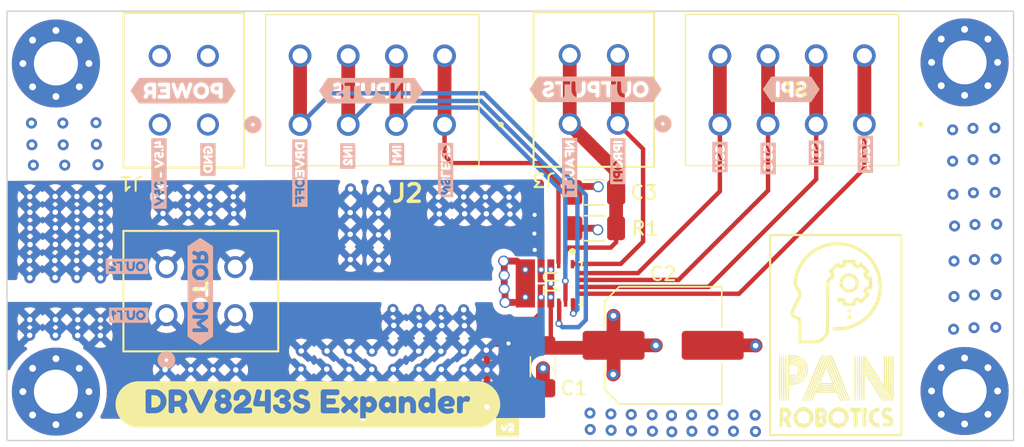
<source format=kicad_pcb>
(kicad_pcb (version 20240108) (generator "pcbnew") (generator_version "8.0")
  (layers (0 "F.Cu" signal) (1 "In1.Cu" power "GND.Cu") (2 "In2.Cu" power "5V.Cu") (31 "B.Cu" signal) (34 "B.Paste" user) (35 "F.Paste" user) (36 "B.SilkS" user "B.Silkscreen") (37 "F.SilkS" user "F.Silkscreen") (38 "B.Mask" user) (39 "F.Mask" user) (44 "Edge.Cuts" user))
  (net 0 "")
  (net 1 "VCC")
  (net 2 "GND")
  (net 3 "IPROPI")
  (net 4 "DRVOFF")
  (net 5 "NFAULT")
  (net 6 "OUT1")
  (net 7 "OUT2")
  (net 8 "SCLK")
  (net 9 "SDI")
  (net 10 "NSLEEP")
  (net 11 "IN2")
  (net 12 "IN1")
  (net 13 "SDO")
  (net 14 "CSN")
  (footprint "" (layer "F.Cu") (at 105.69 91.17)
    (property "Reference" "")
    (property "Value" "")
  )
  (footprint "" (layer "F.Cu") (at 137.82 105.83)
    (property "Reference" "")
    (property "Value" "")
  )
  (footprint "" (layer "F.Cu") (at 107.38 89.96)
    (property "Reference" "")
    (property "Value" "")
  )
  (footprint "" (layer "F.Cu") (at 96.03 93.43)
    (property "Reference" "")
    (property "Value" "")
  )
  (footprint "" (layer "F.Cu") (at 134.82 105.76)
    (property "Reference" "")
    (property "Value" "")
  )
  (footprint "" (layer "F.Cu") (at 92.6 91.09)
    (property "Reference" "")
    (property "Value" "")
  )
  (footprint "" (layer "F.Cu") (at 118.98 101.19)
    (property "Reference" "")
    (property "Value" "")
  )
  (footprint "" (layer "F.Cu") (at 127.49 91.22)
    (property "Reference" "")
    (property "Value" "")
  )
  (footprint "" (layer "F.Cu") (at 97.54 87.63 90)
    (property "Reference" "")
    (property "Value" "")
  )
  (footprint "" (layer "F.Cu") (at 104.29 102.54)
    (property "Reference" "")
    (property "Value" "")
  )
  (footprint "Resistor_SMD:R_1206_3216Metric_Pad1.30x1.75mm_HandSolder" (layer "F.Cu") (at 133.65 92.25 180)
    (property "Reference" "R1")
    (property "Value" "5.1K")
  )
  (footprint "" (layer "F.Cu") (at 115.88 92.69)
    (property "Reference" "")
    (property "Value" "")
  )
  (footprint "1862042 Footprint:CONN_1862042" (layer "F.Cu") (at 131.831198 79.6544 180)
    (property "Reference" "J3")
    (property "Value" "CNTRL_OUT")
  )
  (footprint "" (layer "F.Cu") (at 124.15 102.53)
    (property "Reference" "")
    (property "Value" "")
  )
  (footprint "" (layer "F.Cu") (at 162.75 89.64)
    (property "Reference" "")
    (property "Value" "")
  )
  (footprint "" (layer "F.Cu") (at 94.43 89.94)
    (property "Reference" "")
    (property "Value" "")
  )
  (footprint "" (layer "F.Cu") (at 134.84 106.95)
    (property "Reference" "")
    (property "Value" "")
  )
  (footprint "" (layer "F.Cu") (at 114.17 102.5)
    (property "Reference" "")
    (property "Value" "")
  )
  (footprint "DRV8243 Footprint:RXY0014A-MFG" (layer "F.Cu") (at 130.4044 96.266 -90)
    (property "Reference" "U1")
    (property "Value" "DRV8243SQRXYRQ1" (hide yes))
  )
  (footprint "1862042 Footprint:CONN_1862042" (layer "F.Cu") (at 107.52 95.077198 90)
    (property "Reference" "J5")
    (property "Value" "MOTOR")
  )
  (footprint "" (layer "F.Cu") (at 119.04 99.32)
    (property "Reference" "")
    (property "Value" "")
  )
  (footprint "" (layer "F.Cu") (at 142.25 106.99)
    (property "Reference" "")
    (property "Value" "")
  )
  (footprint "" (layer "F.Cu") (at 117.94 94.57)
    (property "Reference" "")
    (property "Value" "")
  )
  (footprint "" (layer "F.Cu") (at 162.82 97.08)
    (property "Reference" "")
    (property "Value" "")
  )
  (footprint "" (layer "F.Cu") (at 139.23 105.87)
    (property "Reference" "")
    (property "Value" "")
  )
  (footprint "" (layer "F.Cu") (at 115.9 89.39)
    (property "Reference" "")
    (property "Value" "")
  )
  (footprint "" (layer "F.Cu") (at 122.47 101.2)
    (property "Reference" "")
    (property "Value" "")
  )
  (footprint "" (layer "F.Cu") (at 96.01 95.85)
    (property "Reference" "")
    (property "Value" "")
  )
  (footprint "" (layer "F.Cu") (at 92.71 84.6 90)
    (property "Reference" "")
    (property "Value" "")
  )
  (footprint "" (layer "F.Cu") (at 94.45 93.43)
    (property "Reference" "")
    (property "Value" "")
  )
  (footprint "" (layer "F.Cu") (at 97.72 100.06)
    (property "Reference" "")
    (property "Value" "")
  )
  (footprint "" (layer "F.Cu") (at 124.12 101.21)
    (property "Reference" "")
    (property "Value" "")
  )
  (footprint "" (layer "F.Cu") (at 118.98 98.16)
    (property "Reference" "")
    (property "Value" "")
  )
  (footprint "" (layer "F.Cu") (at 122.5 102.52)
    (property "Reference" "")
    (property "Value" "")
  )
  (footprint "" (layer "F.Cu") (at 97.43 86.15 90)
    (property "Reference" "")
    (property "Value" "")
  )
  (footprint "" (layer "F.Cu") (at 161.24 97.11)
    (property "Reference" "")
    (property "Value" "")
  )
  (footprint "" (layer "F.Cu") (at 112.32 101.18)
    (property "Reference" "")
    (property "Value" "")
  )
  (footprint "" (layer "F.Cu") (at 92.74 86.18 90)
    (property "Reference" "")
    (property "Value" "")
  )
  (footprint "" (layer "F.Cu") (at 125.77 91.2)
    (property "Reference" "")
    (property "Value" "")
  )
  (footprint "Capacitor_SMD:C_Elec_8x10.2" (layer "F.Cu") (at 138.62 100.77)
    (property "Reference" "C2")
    (property "Value" "100uF")
  )
  (footprint "" (layer "F.Cu") (at 127.07 95.68)
    (property "Reference" "")
    (property "Value" "")
  )
  (footprint "kibuzzard-65BE5B0F" (layer "F.Cu") (at 112.8 105.07)
    (property "Reference" "kibuzzard-65BE5B0F" (hide yes))
    (property "Value" "G***" (hide yes))
  )
  (footprint "" (layer "F.Cu") (at 95.02 86.18 90)
    (property "Reference" "")
    (property "Value" "")
  )
  (footprint "" (layer "F.Cu") (at 143.73 107.02)
    (property "Reference" "")
    (property "Value" "")
  )
  (footprint "" (layer "F.Cu") (at 92.57 94.61)
    (property "Reference" "")
    (property "Value" "")
  )
  (footprint "" (layer "F.Cu") (at 161.17 89.67)
    (property "Reference" "")
    (property "Value" "")
  )
  (footprint "" (layer "F.Cu") (at 139.25 107.06)
    (property "Reference" "")
    (property "Value" "")
  )
  (footprint "" (layer "F.Cu") (at 159.76 97.22)
    (property "Reference" "")
    (property "Value" "")
  )
  (footprint "" (layer "F.Cu") (at 125.77 101.12)
    (property "Reference" "")
    (property "Value" "")
  )
  (footprint "" (layer "F.Cu") (at 162.79 99.46)
    (property "Reference" "")
    (property "Value" "")
  )
  (footprint "" (layer "F.Cu") (at 94.45 100.04)
    (property "Reference" "")
    (property "Value" "")
  )
  (footprint "" (layer "F.Cu") (at 104.08 89.94)
    (property "Reference" "")
    (property "Value" "")
  )
  (footprint "" (layer "F.Cu") (at 92.61 93.44)
    (property "Reference" "")
    (property "Value" "")
  )
  (footprint "" (layer "F.Cu") (at 122.35 91.21)
    (property "Reference" "")
    (property "Value" "")
  )
  (footprint "" (layer "F.Cu") (at 96.01 89.94)
    (property "Reference" "")
    (property "Value" "")
  )
  (footprint "" (layer "F.Cu") (at 159.66 87.37)
    (property "Reference" "")
    (property "Value" "")
  )
  (footprint "" (layer "F.Cu") (at 92.59 95.86)
    (property "Reference" "")
    (property "Value" "")
  )
  (footprint "" (layer "F.Cu") (at 127.13 97.65)
    (property "Reference" "")
    (property "Value" "")
  )
  (footprint "" (layer "F.Cu") (at 94.46 98.9)
    (property "Reference" "")
    (property "Value" "")
  )
  (footprint "" (layer "F.Cu") (at 104.11 91.17)
    (property "Reference" "")
    (property "Value" "")
  )
  (footprint "1862068 Footprint:1862068" (layer "F.Cu") (at 122.7328 84.7052 180)
    (property "Reference" "J2")
    (property "Value" "CNTRL_IN" (hide yes))
  )
  (footprint "" (layer "F.Cu") (at 105.91 102.55)
    (property "Reference" "")
    (property "Value" "")
  )
  (footprint "" (layer "F.Cu") (at 92.85 87.66 90)
    (property "Reference" "")
    (property "Value" "")
  )
  (footprint "" (layer "F.Cu") (at 119.01 102.51)
    (property "Reference" "")
    (property "Value" "")
  )
  (footprint "" (layer "F.Cu") (at 92.61 92.24)
    (property "Reference" "")
    (property "Value" "")
  )
  (footprint "" (layer "F.Cu") (at 114.19 101.18)
    (property "Reference" "")
    (property "Value" "")
  )
  (footprint "" (layer "F.Cu") (at 115.81 101.19)
    (property "Reference" "")
    (property "Value" "")
  )
  (footprint "" (layer "F.Cu") (at 127.03 94.64)
    (property "Reference" "")
    (property "Value" "")
  )
  (footprint "" (layer "F.Cu") (at 112.3 102.5)
    (property "Reference" "")
    (property "Value" "")
  )
  (footprint "" (layer "F.Cu") (at 162.82 94.5)
    (property "Reference" "")
    (property "Value" "")
  )
  (footprint "" (layer "F.Cu") (at 127.42 89.99)
    (property "Reference" "")
    (property "Value" "")
  )
  (footprint "" (layer "F.Cu") (at 162.86 91.95)
    (property "Reference" "")
    (property "Value" "")
  )
  (footprint "" (layer "F.Cu") (at 96.02 91.08)
    (property "Reference" "")
    (property "Value" "")
  )
  (footprint "" (layer "F.Cu") (at 136.32 106.99)
    (property "Reference" "")
    (property "Value" "")
  )
  (footprint "" (layer "F.Cu") (at 95.13 87.66 90)
    (property "Reference" "")
    (property "Value" "")
  )
  (footprint "" (layer "F.Cu") (at 140.71 107.02)
    (property "Reference" "")
    (property "Value" "")
  )
  (footprint "" (layer "F.Cu") (at 92.58 100.04)
    (property "Reference" "")
    (property "Value" "")
  )
  (footprint "" (layer "F.Cu") (at 161.21 99.49)
    (property "Reference" "")
    (property "Value" "")
  )
  (footprint "" (layer "F.Cu") (at 102.24 89.95)
    (property "Reference" "")
    (property "Value" "")
  )
  (footprint "" (layer "F.Cu") (at 94.43 95.85)
    (property "Reference" "")
    (property "Value" "")
  )
  (footprint "" (layer "F.Cu") (at 96.08 98.91)
    (property "Reference" "")
    (property "Value" "")
  )
  (footprint "1862042 Footprint:CONN_1862042" (layer "F.Cu") (at 102.036999 79.709 180)
    (property "Reference" "J1")
    (property "Value" "POWER")
  )
  (footprint "" (layer "F.Cu") (at 117.93 91.15)
    (property "Reference" "")
    (property "Value" "")
  )
  (footprint "" (layer "F.Cu") (at 161.28 91.98)
    (property "Reference" "")
    (property "Value" "")
  )
  (footprint "" (layer "F.Cu") (at 159.76 94.64)
    (property "Reference" "")
    (property "Value" "")
  )
  (footprint "" (layer "F.Cu") (at 127.07 96.68)
    (property "Reference" "")
    (property "Value" "")
  )
  (footprint "" (layer "F.Cu") (at 97.73 98.92)
    (property "Reference" "")
    (property "Value" "")
  )
  (footprint "" (layer "F.Cu") (at 145.33 107.04)
    (property "Reference" "")
    (property "Value" "")
  )
  (footprint "" (layer "F.Cu") (at 161.14 84.98)
    (property "Reference" "")
    (property "Value" "")
  )
  (footprint "" (layer "F.Cu") (at 145.31 105.85)
    (property "Reference" "")
    (property "Value" "")
  )
  (footprint "" (layer "F.Cu") (at 97.73 89.96)
    (property "Reference" "")
    (property "Value" "")
  )
  (footprint "MountingHole:MountingHole_3.2mm_M3_Pad_Via" (layer "F.Cu") (at 160.528 80.183056)
    (property "Reference" "H2" (hide yes))
    (property "Value" "MountingHole")
  )
  (footprint "" (layer "F.Cu") (at 161.14 87.26)
    (property "Reference" "")
    (property "Value" "")
  )
  (footprint "" (layer "F.Cu") (at 143.71 105.83)
    (property "Reference" "")
    (property "Value" "")
  )
  (footprint "" (layer "F.Cu") (at 105.66 89.94)
    (property "Reference" "")
    (property "Value" "")
  )
  (footprint "" (layer "F.Cu") (at 122.47 98.17)
    (property "Reference" "")
    (property "Value" "")
  )
  (footprint "" (layer "F.Cu") (at 124.12 98.18)
    (property "Reference" "")
    (property "Value" "")
  )
  (footprint "" (layer "F.Cu") (at 94.99 84.6 90)
    (property "Reference" "")
    (property "Value" "")
  )
  (footprint "" (layer "F.Cu") (at 97.75 92.25)
    (property "Reference" "")
    (property "Value" "")
  )
  (footprint "" (layer "F.Cu") (at 97.75 93.45)
    (property "Reference" "")
    (property "Value" "")
  )
  (footprint "" (layer "F.Cu") (at 115.79 102.51)
    (property "Reference" "")
    (property "Value" "")
  )
  (footprint "MountingHole:MountingHole_3.2mm_M3_Pad_Via" (layer "F.Cu") (at 94.488 104.14)
    (property "Reference" "H3" (hide yes))
    (property "Value" "MountingHole")
  )
  (footprint "" (layer "F.Cu") (at 120.85 101.19)
    (property "Reference" "")
    (property "Value" "")
  )
  (footprint "" (layer "F.Cu") (at 102.27 91.18)
    (property "Reference" "")
    (property "Value" "")
  )
  (footprint "" (layer "F.Cu") (at 97.73 95.87)
    (property "Reference" "")
    (property "Value" "")
  )
  (footprint "" (layer "F.Cu") (at 94.41 94.6)
    (property "Reference" "")
    (property "Value" "")
  )
  (footprint "" (layer "F.Cu") (at 120.91 99.32)
    (property "Reference" "")
    (property "Value" "")
  )
  (footprint "" (layer "F.Cu") (at 162.72 84.95)
    (property "Reference" "")
    (property "Value" "")
  )
  (footprint "" (layer "F.Cu") (at 124.12 89.97)
    (property "Reference" "")
    (property "Value" "")
  )
  (footprint "" (layer "F.Cu") (at 122.53 99.33)
    (property "Reference" "")
    (property "Value" "")
  )
  (footprint "" (layer "F.Cu") (at 125.7 89.97)
    (property "Reference" "")
    (property "Value" "")
  )
  (footprint "" (layer "F.Cu") (at 115.88 91.11)
    (property "Reference" "")
    (property "Value" "")
  )
  (footprint "" (layer "F.Cu") (at 124.18 99.34)
    (property "Reference" "")
    (property "Value" "")
  )
  (footprint "" (layer "F.Cu") (at 133.32 106.89)
    (property "Reference" "")
    (property "Value" "")
  )
  (footprint "" (layer "F.Cu") (at 142.23 105.8)
    (property "Reference" "")
    (property "Value" "")
  )
  (footprint "" (layer "F.Cu") (at 97.71 94.62)
    (property "Reference" "")
    (property "Value" "")
  )
  (footprint "Logos:Pan-Robotics2-Logo2" (layer "F.Cu") (at 151.15 100.04)
    (property "Reference" "G***")
    (property "Value" "LOGO" (hide yes))
  )
  (footprint "" (layer "F.Cu") (at 92.59 98.9)
    (property "Reference" "")
    (property "Value" "")
  )
  (footprint "" (layer "F.Cu") (at 107.41 91.19)
    (property "Reference" "")
    (property "Value" "")
  )
  (footprint "" (layer "F.Cu") (at 94.44 91.08)
    (property "Reference" "")
    (property "Value" "")
  )
  (footprint "" (layer "F.Cu") (at 161.24 94.53)
    (property "Reference" "")
    (property "Value" "")
  )
  (footprint "" (layer "F.Cu") (at 136.3 105.8)
    (property "Reference" "")
    (property "Value" "")
  )
  (footprint "" (layer "F.Cu") (at 97.74 91.1)
    (property "Reference" "")
    (property "Value" "")
  )
  (footprint "" (layer "F.Cu") (at 96.07 100.05)
    (property "Reference" "")
    (property "Value" "")
  )
  (footprint "Capacitor_SMD:C_1206_3216Metric_Pad1.33x1.80mm_HandSolder" (layer "F.Cu") (at 133.64 89.64 180)
    (property "Reference" "C3")
    (property "Value" "100nF")
  )
  (footprint "" (layer "F.Cu") (at 162.72 87.23)
    (property "Reference" "")
    (property "Value" "")
  )
  (footprint "" (layer "F.Cu") (at 92.59 89.95)
    (property "Reference" "")
    (property "Value" "")
  )
  (footprint "" (layer "F.Cu") (at 133.3 105.7)
    (property "Reference" "")
    (property "Value" "")
  )
  (footprint "" (layer "F.Cu") (at 115.89 94.53)
    (property "Reference" "")
    (property "Value" "")
  )
  (footprint "" (layer "F.Cu") (at 102.42 102.54)
    (property "Reference" "")
    (property "Value" "")
  )
  (footprint "" (layer "F.Cu") (at 120.88 102.51)
    (property "Reference" "")
    (property "Value" "")
  )
  (footprint "" (layer "F.Cu") (at 95.99 94.6)
    (property "Reference" "")
    (property "Value" "")
  )
  (footprint "Capacitor_SMD:C_1206_3216Metric_Pad1.33x1.80mm_HandSolder" (layer "F.Cu") (at 129.88 102.33 -90)
    (property "Reference" "C1")
    (property "Value" "100nF")
  )
  (footprint "" (layer "F.Cu") (at 159.8 92.09)
    (property "Reference" "")
    (property "Value" "")
  )
  (footprint "" (layer "F.Cu") (at 96.03 92.23)
    (property "Reference" "")
    (property "Value" "")
  )
  (footprint "" (layer "F.Cu") (at 117.95 89.43)
    (property "Reference" "")
    (property "Value" "")
  )
  (footprint "" (layer "F.Cu") (at 117.44 102.52)
    (property "Reference" "")
    (property "Value" "")
  )
  (footprint "" (layer "F.Cu") (at 124.19 91.2)
    (property "Reference" "")
    (property "Value" "")
  )
  (footprint "" (layer "F.Cu") (at 159.73 99.6)
    (property "Reference" "")
    (property "Value" "")
  )
  (footprint "" (layer "F.Cu") (at 125.82 102.560002)
    (property "Reference" "")
    (property "Value" "")
  )
  (footprint "" (layer "F.Cu") (at 94.45 92.23)
    (property "Reference" "")
    (property "Value" "")
  )
  (footprint "" (layer "F.Cu") (at 140.69 105.83)
    (property "Reference" "")
    (property "Value" "")
  )
  (footprint "" (layer "F.Cu") (at 107.56 102.56)
    (property "Reference" "")
    (property "Value" "")
  )
  (footprint "1862068 Footprint:1862068" (layer "F.Cu") (at 153.244 84.6944 180)
    (property "Reference" "J4")
    (property "Value" "SPI" (hide yes))
  )
  (footprint "" (layer "F.Cu") (at 117.93 92.73)
    (property "Reference" "")
    (property "Value" "")
  )
  (footprint "MountingHole:MountingHole_3.2mm_M3_Pad_Via" (layer "F.Cu") (at 94.488 80.264)
    (property "Reference" "H1" (hide yes))
    (property "Value" "MountingHole")
  )
  (footprint "kibuzzard-66B25C50" (layer "F.Cu") (at 127.3048 106.73)
    (property "Reference" "kibuzzard-66B25C50" (hide yes))
    (property "Value" "G***" (hide yes))
  )
  (footprint "" (layer "F.Cu") (at 137.84 107.02)
    (property "Reference" "")
    (property "Value" "")
  )
  (footprint "" (layer "F.Cu") (at 159.69 89.78)
    (property "Reference" "")
    (property "Value" "")
  )
  (footprint "" (layer "F.Cu") (at 122.28 89.98)
    (property "Reference" "")
    (property "Value" "")
  )
  (footprint "" (layer "F.Cu") (at 97.4 84.57 90)
    (property "Reference" "")
    (property "Value" "")
  )
  (footprint "" (layer "F.Cu") (at 117.46 101.2)
    (property "Reference" "")
    (property "Value" "")
  )
  (footprint "MountingHole:MountingHole_3.2mm_M3_Pad_Via" (layer "F.Cu") (at 160.528 104.093944)
    (property "Reference" "H4" (hide yes))
    (property "Value" "MountingHole")
  )
  (footprint "" (layer "F.Cu") (at 120.85 98.16)
    (property "Reference" "")
    (property "Value" "")
  )
  (footprint "" (layer "F.Cu") (at 159.66 85.09)
    (property "Reference" "")
    (property "Value" "")
  )
  (footprint "kibuzzard-65BE5BEC" (layer "B.Cu") (at 153.3144 86.868 -90)
    (property "Reference" "kibuzzard-65BE5BEC" (hide yes))
    (property "Value" "G***" (hide yes))
  )
  (footprint "kibuzzard-65A6FFF9" (layer "B.Cu") (at 117.3988 82.2452 180)
    (property "Reference" "kibuzzard-65A6FFF9" (hide yes))
    (property "Value" "G***" (hide yes))
  )
  (footprint "kibuzzard-65BE5C01" (layer "B.Cu") (at 142.748 87.0712 -90)
    (property "Reference" "kibuzzard-65BE5C01" (hide yes))
    (property "Value" "G***" (hide yes))
  )
  (footprint "kibuzzard-65A70003" (layer "B.Cu") (at 133.7056 82.1436 180)
    (property "Reference" "kibuzzard-65A70003" (hide yes))
    (property "Value" "G***" (hide yes))
  )
  (footprint "kibuzzard-65A6FCD9" (layer "B.Cu") (at 115.697 86.995 -90)
    (property "Reference" "kibuzzard-65A6FCD9" (hide yes))
    (property "Value" "G***" (hide yes))
  )
  (footprint "kibuzzard-65A6FD36" (layer "B.Cu") (at 99.773 98.5772 180)
    (property "Reference" "kibuzzard-65A6FD36" (hide yes))
    (property "Value" "G***" (hide yes))
  )
  (footprint "kibuzzard-65A6FCCE" (layer "B.Cu") (at 122.809 88.011 90)
    (property "Reference" "kibuzzard-65A6FCCE" (hide yes))
    (property "Value" "G***" (hide yes))
  )
  (footprint "kibuzzard-65A6FC0C" (layer "B.Cu") (at 105.537 87.249 -90)
    (property "Reference" "kibuzzard-65A6FC0C" (hide yes))
    (property "Value" "G***" (hide yes))
  )
  (footprint "kibuzzard-65A7001B" (layer "B.Cu") (at 104.98 96.85 90)
    (property "Reference" "kibuzzard-65A7001B" (hide yes))
    (property "Value" "G***" (hide yes))
  )
  (footprint "kibuzzard-65BE5BF3" (layer "B.Cu") (at 149.7584 86.7664 -90)
    (property "Reference" "kibuzzard-65BE5BF3" (hide yes))
    (property "Value" "G***" (hide yes))
  )
  (footprint "kibuzzard-65A7000E" (layer "B.Cu") (at 103.7336 82.2452 180)
    (property "Reference" "kibuzzard-65A7000E" (hide yes))
    (property "Value" "G***" (hide yes))
  )
  (footprint "kibuzzard-65BE5B8E" (layer "B.Cu") (at 112.2172 88.2396 -90)
    (property "Reference" "kibuzzard-65BE5B8E" (hide yes))
    (property "Value" "G***" (hide yes))
  )
  (footprint "kibuzzard-65A6FCAC" (layer "B.Cu") (at 119.253 86.868 -90)
    (property "Reference" "kibuzzard-65A6FCAC" (hide yes))
    (property "Value" "G***" (hide yes))
  )
  (footprint "kibuzzard-65A6FD3E" (layer "B.Cu") (at 99.646 95.0212 180)
    (property "Reference" "kibuzzard-65A6FD3E" (hide yes))
    (property "Value" "G***" (hide yes))
  )
  (footprint "kibuzzard-65A6FCE2" (layer "B.Cu") (at 131.826 87.8332 -90)
    (property "Reference" "kibuzzard-65A6FCE2" (hide yes))
    (property "Value" "G***" (hide yes))
  )
  (footprint "kibuzzard-65BE5BFB" (layer "B.Cu") (at 146.2532 87.1728 -90)
    (property "Reference" "kibuzzard-65BE5BFB" (hide yes))
    (property "Value" "G***" (hide yes))
  )
  (footprint "kibuzzard-65A6FD04" (layer "B.Cu") (at 135.3312 87.376 -90)
    (property "Reference" "kibuzzard-65A6FD04" (hide yes))
    (property "Value" "G***" (hide yes))
  )
  (footprint "kibuzzard-65BE5B66" (layer "B.Cu") (at 101.981 88.265 -90)
    (property "Reference" "kibuzzard-65BE5B66" (hide yes))
    (property "Value" "G***" (hide yes))
  )
  (footprint "kibuzzard-65BE5C3B" (layer "B.Cu") (at 147.9296 82.1436 180)
    (property "Reference" "kibuzzard-65BE5C3B" (hide yes))
    (property "Value" "G***" (hide yes))
  )
  (gr_rect (start 90.932 76.454) (end 164.084 107.696) (stroke (width 0.1)) (fill none) (layer "Edge.Cuts"))
  (segment (start 135.01 100.76) (end 135.01 98.62) (width 1) (layer "F.Cu") (net 1))
  (segment (start 135.02 100.77) (end 135.02 102.86) (width 1) (layer "F.Cu") (net 1))
  (segment (start 135.02 100.77) (end 138.08 100.77) (width 1) (layer "F.Cu") (net 1))
  (segment (start 130.4544 100.1931) (end 129.88 100.7675) (width 0.32) (layer "F.Cu") (net 1))
  (segment (start 135.02 100.77) (end 135.01 100.76) (width 1) (layer "F.Cu") (net 1))
  (segment (start 130.0625 100.95) (end 134.84 100.95) (width 1) (layer "F.Cu") (net 1))
  (segment (start 135.02 102.86) (end 134.99 102.89) (width 1) (layer "F.Cu") (net 1))
  (segment (start 134.84 100.95) (end 135.02 100.77) (width 1) (layer "F.Cu") (net 1))
  (segment (start 130.4544 97.266001) (end 130.4544 100.1931) (width 0.32) (layer "F.Cu") (net 1))
  (segment (start 138.08 100.77) (end 138.09 100.78) (width 1) (layer "F.Cu") (net 1))
  (segment (start 129.88 100.7675) (end 130.0625 100.95) (width 1) (layer "F.Cu") (net 1))
  (via (at 134.99 102.89) (size 0.8) (drill 0.4) (layers "F.Cu" "B.Cu") (net 1))
  (via (at 135.01 98.62) (size 0.8) (drill 0.4) (layers "F.Cu" "B.Cu") (net 1))
  (via (at 138.09 100.78) (size 0.8) (drill 0.4) (layers "F.Cu" "B.Cu") (net 1))
  (segment (start 127.13 97.65) (end 127.810353 97.65) (width 0.5) (layer "F.Cu") (net 2))
  (segment (start 127.978402 94.64) (end 128.604401 95.265999) (width 0.5) (layer "F.Cu") (net 2))
  (segment (start 133.8824 89.2124) (end 133.9 89.23) (width 0.5) (layer "F.Cu") (net 2))
  (segment (start 133.75 92.25) (end 133.87 92.37) (width 0.5) (layer "F.Cu") (net 2))
  (segment (start 132.0827 89.2124) (end 133.8824 89.2124) (width 0.5) (layer "F.Cu") (net 2))
  (segment (start 127.03 94.64) (end 127.978402 94.64) (width 0.5) (layer "F.Cu") (net 2))
  (segment (start 142.22 100.77) (end 145.32 100.77) (width 1) (layer "F.Cu") (net 2))
  (segment (start 129.88 103.8925) (end 129.88 102.45) (width 1) (layer "F.Cu") (net 2))
  (segment (start 127.13 97.65) (end 127.13 96.74) (width 0.5) (layer "F.Cu") (net 2))
  (segment (start 129.88 102.45) (end 129.9 102.43) (width 1) (layer "F.Cu") (net 2))
  (segment (start 145.32 100.77) (end 145.34 100.79) (width 1) (layer "F.Cu") (net 2))
  (segment (start 127.13 96.74) (end 127.07 96.68) (width 0.5) (layer "F.Cu") (net 2))
  (segment (start 127.07 95.68) (end 127.07 94.68) (width 0.5) (layer "F.Cu") (net 2))
  (segment (start 127.03 94.64) (end 127.03 94.691599) (width 0.5) (layer "F.Cu") (net 2))
  (segment (start 127.07 94.68) (end 127.03 94.64) (width 0.5) (layer "F.Cu") (net 2))
  (segment (start 127.07 96.68) (end 127.07 95.68) (width 0.5) (layer "F.Cu") (net 2))
  (segment (start 132.1 92.25) (end 133.75 92.25) (width 0.5) (layer "F.Cu") (net 2))
  (via (at 129.9 102.43) (size 0.8) (drill 0.4) (layers "F.Cu" "B.Cu") (net 2))
  (via (at 133.9 89.23) (size 0.8) (drill 0.6) (layers "F.Cu" "B.Cu") (net 2))
  (via (at 145.34 100.79) (size 0.8) (drill 0.4) (layers "F.Cu" "B.Cu") (net 2))
  (via (at 133.87 92.37) (size 0.8) (drill 0.6) (layers "F.Cu" "B.Cu") (net 2))
  (segment (start 135.2025 88.0625) (end 135.2025 89.64) (width 1) (layer "F.Cu") (net 3))
  (segment (start 131.831197 84.691197) (end 135.2025 88.0625) (width 1) (layer "F.Cu") (net 3))
  (segment (start 135.2025 92.2475) (end 135.2 92.25) (width 1) (layer "F.Cu") (net 3))
  (segment (start 131.77 93.66) (end 131.5332 93.8968) (width 0.32) (layer "F.Cu") (net 3))
  (segment (start 131.5332 93.8968) (end 131.5332 94.234) (width 0.32) (layer "F.Cu") (net 3))
  (segment (start 131.831197 84.6544) (end 131.831197 84.691197) (width 1) (layer "F.Cu") (net 3))
  (segment (start 135.2 92.25) (end 135.2 93.27) (width 0.32) (layer "F.Cu") (net 3))
  (segment (start 135.2025 89.64) (end 135.2025 92.2475) (width 1) (layer "F.Cu") (net 3))
  (segment (start 131.831197 79.6544) (end 131.831197 84.6544) (width 1) (layer "F.Cu") (net 3))
  (segment (start 135.2 93.27) (end 134.81 93.66) (width 0.32) (layer "F.Cu") (net 3))
  (segment (start 134.81 93.66) (end 131.77 93.66) (width 0.32) (layer "F.Cu") (net 3))
  (segment (start 131.5212 94.234) (end 131.5212 94.8436) (width 0.32) (layer "F.Cu") (net 3))
  (segment (start 131.064 99.166) (end 131.04 99.19) (width 0.32) (layer "F.Cu") (net 4))
  (segment (start 131.064 97.6376) (end 131.064 98.3488) (width 0.32) (layer "F.Cu") (net 4))
  (segment (start 112.2328 79.7052) (end 112.2328 84.7052) (width 1) (layer "F.Cu") (net 4))
  (segment (start 131.064 98.2472) (end 131.064 99.166) (width 0.32) (layer "F.Cu") (net 4))
  (via (at 131.04 99.19) (size 0.5) (drill 0.3) (layers "F.Cu" "B.Cu") (net 4))
  (segment (start 114.508 82.43) (end 112.2328 84.7052) (width 0.32) (layer "B.Cu") (net 4))
  (segment (start 133 98.92) (end 133 89.82) (width 0.32) (layer "B.Cu") (net 4))
  (segment (start 132.47 99.45) (end 133 98.92) (width 0.32) (layer "B.Cu") (net 4))
  (segment (start 131.04 99.19) (end 131.3 99.45) (width 0.32) (layer "B.Cu") (net 4))
  (segment (start 125.61 82.43) (end 114.508 82.43) (width 0.32) (layer "B.Cu") (net 4))
  (segment (start 133 89.82) (end 125.61 82.43) (width 0.32) (layer "B.Cu") (net 4))
  (segment (start 131.3 99.45) (end 132.47 99.45) (width 0.32) (layer "B.Cu") (net 4))
  (segment (start 135.5344 94.8436) (end 137.16 93.218) (width 0.32) (layer "F.Cu") (net 5))
  (segment (start 137.16 86.4832) (end 135.3312 84.6544) (width 0.32) (layer "F.Cu") (net 5))
  (segment (start 137.16 93.218) (end 137.16 86.4832) (width 0.32) (layer "F.Cu") (net 5))
  (segment (start 135.3312 79.6544) (end 135.3312 84.6544) (width 1) (layer "F.Cu") (net 5))
  (segment (start 132.1054 94.8436) (end 135.5344 94.8436) (width 0.32) (layer "F.Cu") (net 5))
  (segment (start 125.82 105.25) (end 125.82 102.560002) (width 0.5) (layer "F.Cu") (net 6))
  (segment (start 129.7432 98.1456) (end 129.7432 98.5068) (width 0.5) (layer "F.Cu") (net 6))
  (segment (start 126.26 100.63) (end 125.77 101.12) (width 0.5) (layer "F.Cu") (net 6))
  (segment (start 129.7432 98.5068) (end 127.62 100.63) (width 0.5) (layer "F.Cu") (net 6))
  (segment (start 129.7432 98.0948) (end 129.7432 97.2312) (width 0.5) (layer "F.Cu") (net 6))
  (segment (start 125.82 102.560002) (end 125.82 101.17) (width 0.5) (layer "F.Cu") (net 6))
  (segment (start 127.62 100.63) (end 127.38 100.63) (width 0.5) (layer "F.Cu") (net 6))
  (segment (start 127.38 100.63) (end 126.26 100.63) (width 0.5) (layer "F.Cu") (net 6))
  (segment (start 125.82 101.17) (end 125.77 101.12) (width 0.5) (layer "F.Cu") (net 6))
  (via (at 127.38 100.63) (size 0.5) (drill 0.3) (layers "F.Cu" "B.Cu") (net 6))
  (via (at 125.82 105.25) (size 0.8) (drill 0.4) (layers "F.Cu" "B.Cu") (net 6))
  (segment (start 129.7432 94.234) (end 129.6924 94.234) (width 0.5) (layer "F.Cu") (net 7))
  (segment (start 129.28 91.28) (end 129.286 91.286) (width 0.5) (layer "F.Cu") (net 7))
  (segment (start 129.7432 95.4532) (end 129.7432 94.234) (width 0.5) (layer "F.Cu") (net 7))
  (segment (start 129.6924 94.234) (end 129.286 93.8276) (width 0.5) (layer "F.Cu") (net 7))
  (segment (start 129.286 91.286) (end 129.286 93.8276) (width 0.5) (layer "F.Cu") (net 7))
  (via (at 129.26 92.64) (size 0.5) (drill 0.3) (layers "F.Cu" "B.Cu") (net 7))
  (via (at 129.286 93.8276) (size 0.5) (drill 0.3) (layers "F.Cu" "B.Cu") (net 7))
  (via (at 129.28 91.28) (size 0.5) (drill 0.3) (layers "F.Cu" "B.Cu") (net 7))
  (segment (start 149.744 88.687201) (end 141.9352 96.496001) (width 0.32) (layer "F.Cu") (net 8))
  (segment (start 137.3124 96.52) (end 139.6492 96.52) (width 0.32) (layer "F.Cu") (net 8))
  (segment (start 139.5984 96.52) (end 141.9352 96.52) (width 0.32) (layer "F.Cu") (net 8))
  (segment (start 134.9756 96.52) (end 137.3124 96.52) (width 0.32) (layer "F.Cu") (net 8))
  (segment (start 132.588 96.52) (end 134.9248 96.52) (width 0.32) (layer "F.Cu") (net 8))
  (segment (start 149.744 84.6944) (end 149.744 88.687201) (width 0.32) (layer "F.Cu") (net 8))
  (segment (start 149.744 79.6944) (end 149.744 84.6944) (width 1) (layer "F.Cu") (net 8))
  (segment (start 146.244 89.5068) (end 139.7508 96) (width 0.32) (layer "F.Cu") (net 9))
  (segment (start 134.9756 96.012) (end 137.3632 96.012) (width 0.32) (layer "F.Cu") (net 9))
  (segment (start 146.244 79.6944) (end 146.244 84.6944) (width 1) (layer "F.Cu") (net 9))
  (segment (start 137.3632 96.012) (end 139.7508 96.012) (width 0.32) (layer "F.Cu") (net 9))
  (segment (start 146.244 84.6944) (end 146.244 89.5068) (width 0.32) (layer "F.Cu") (net 9))
  (segment (start 132.5626 96.012) (end 134.9502 96.012) (width 0.32) (layer "F.Cu") (net 9))
  (segment (start 122.7328 86.9628) (end 122.7328 84.7052) (width 0.32) (layer "F.Cu") (net 10))
  (segment (start 122.7328 79.7052) (end 122.7328 84.7052) (width 1) (layer "F.Cu") (net 10))
  (segment (start 131.0132 89.0032) (end 129.52 87.51) (width 0.32) (layer "F.Cu") (net 10))
  (segment (start 129.52 87.51) (end 123.28 87.51) (width 0.32) (layer "F.Cu") (net 10))
  (segment (start 123.28 87.51) (end 122.7328 86.9628) (width 0.32) (layer "F.Cu") (net 10))
  (segment (start 131.0132 94.742) (end 131.0132 89.0032) (width 0.32) (layer "F.Cu") (net 10))
  (segment (start 132.08 98.44) (end 132.09 98.45) (width 0.32) (layer "F.Cu") (net 11))
  (segment (start 115.7328 79.7052) (end 115.7328 84.7052) (width 1) (layer "F.Cu") (net 11))
  (segment (start 132.08 97.4852) (end 132.08 98.44) (width 0.32) (layer "F.Cu") (net 11))
  (via (at 132.09 98.45) (size 0.5) (drill 0.3) (layers "F.Cu" "B.Cu") (net 11))
  (segment (start 125.39 82.99) (end 132.39 89.99) (width 0.32) (layer "B.Cu") (net 11))
  (segment (start 132.39 89.99) (end 132.39 98.15) (width 0.32) (layer "B.Cu") (net 11))
  (segment (start 132.39 98.15) (end 132.09 98.45) (width 0.32) (layer "B.Cu") (net 11))
  (segment (start 117.448 82.99) (end 125.39 82.99) (width 0.32) (layer "B.Cu") (net 11))
  (segment (start 115.7328 84.7052) (end 117.448 82.99) (width 0.32) (layer "B.Cu") (net 11))
  (segment (start 131.5212 97.4852) (end 131.5212 96.1012) (width 0.32) (layer "F.Cu") (net 12))
  (segment (start 131.544 96.234) (end 131.544 96.124) (width 0.32) (layer "F.Cu") (net 12))
  (segment (start 119.2328 79.7052) (end 119.2328 84.7052) (width 1) (layer "F.Cu") (net 12))
  (segment (start 131.5212 96.1012) (end 131.509985 96.089985) (width 0.32) (layer "F.Cu") (net 12))
  (segment (start 131.544 96.124) (end 131.509985 96.089985) (width 0.32) (layer "F.Cu") (net 12))
  (via (at 131.509985 96.089985) (size 0.5) (drill 0.3) (layers "F.Cu" "B.Cu") (net 12))
  (segment (start 131.509985 89.819985) (end 131.509985 96.089985) (width 0.32) (layer "B.Cu") (net 12))
  (segment (start 120.468 83.47) (end 125.16 83.47) (width 0.32) (layer "B.Cu") (net 12))
  (segment (start 125.16 83.47) (end 131.509985 89.819985) (width 0.32) (layer "B.Cu") (net 12))
  (segment (start 119.2328 84.7052) (end 120.468 83.47) (width 0.32) (layer "B.Cu") (net 12))
  (segment (start 136.792401 95.515999) (end 142.744 89.5644) (width 0.32) (layer "F.Cu") (net 13))
  (segment (start 142.744 79.6944) (end 142.744 84.6944) (width 1) (layer "F.Cu") (net 13))
  (segment (start 132.554401 95.515999) (end 136.792401 95.515999) (width 0.32) (layer "F.Cu") (net 13))
  (segment (start 142.744 89.5644) (end 142.744 84.6944) (width 0.32) (layer "F.Cu") (net 13))
  (segment (start 153.244 79.6944) (end 153.244 84.6944) (width 1) (layer "F.Cu") (net 14))
  (segment (start 144.131599 97.016001) (end 153.244 87.9036) (width 0.32) (layer "F.Cu") (net 14))
  (segment (start 132.554401 97.016001) (end 144.131599 97.016001) (width 0.32) (layer "F.Cu") (net 14))
  (segment (start 153.244 87.9036) (end 153.244 84.6944) (width 0.32) (layer "F.Cu") (net 14))
  (zone (net 7) (net_name "OUT2") (layers "F.Cu" "In2.Cu" "B.Cu") (priority 1) (connect_pads (clearance 0.5)) (min_thickness 0.25) (fill yes (thermal_gap 0.5) (thermal_bridge_width 0.5))
    (polygon (pts (xy 90.88 96.01) (xy 126.13 96.06) (xy 127.73 94.3) (xy 129.5 94.3) (xy 129.5 96.19) (xy 130.01 96.19) (xy 129.95 88.71) (xy 90.93 88.8)))
  )
  (zone (net 6) (net_name "OUT1") (layers "F.Cu" "In2.Cu" "B.Cu") (priority 2) (connect_pads (clearance 0.5)) (min_thickness 0.25) (fill yes (thermal_gap 0.5) (thermal_bridge_width 0.5))
    (polygon (pts (xy 90.93 97.62) (xy 126.22 97.63) (xy 127.82 98.7) (xy 129.49 98.7) (xy 129.5 96.34) (xy 130 96.34) (xy 130.04 106.05) (xy 90.93 106.12)))
  )
)
</source>
